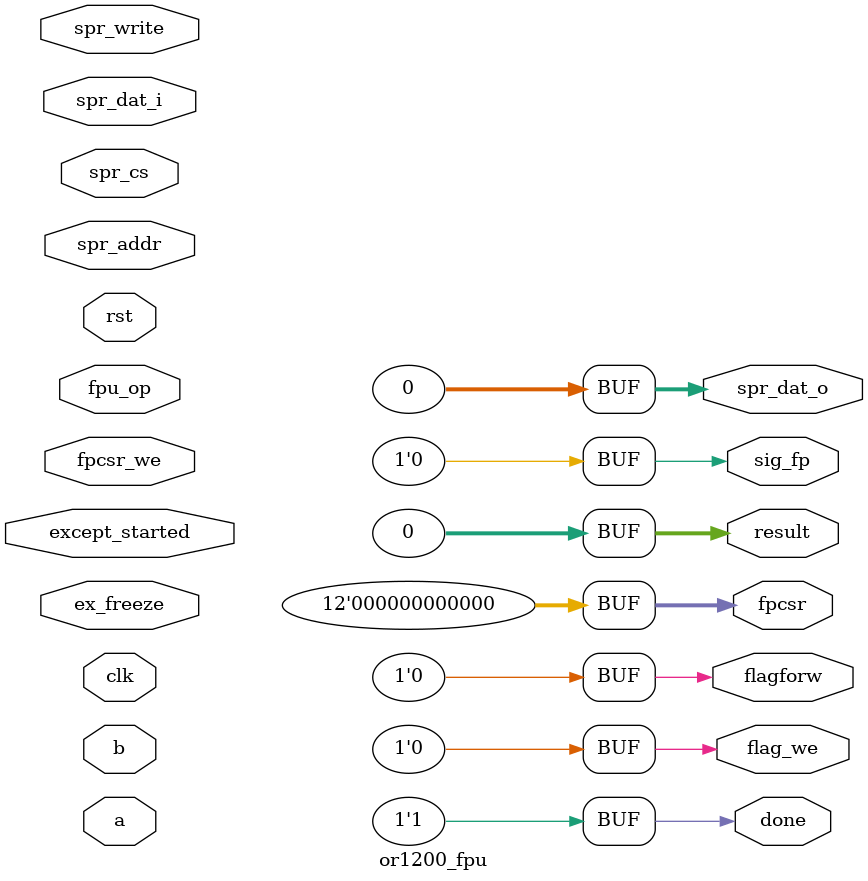
<source format=v>

`timescale 1ps/1ps
// synopsys translate_on
//////////////////////////////////////////////////////////////////////
////                                                              ////
////  OR1200's definitions                                        ////
////                                                              ////
////  This file is part of the OpenRISC 1200 project              ////
////  http://opencores.org/project,or1k                           ////
////                                                              ////
////  Description                                                 ////
////  Defines for the OR1200 core                                 ////
////                                                              ////
////  To Do:                                                      ////
////   - add parameters that are missing                          ////
////                                                              ////
////  Author(s):                                                  ////
////      - Damjan Lampret, lampret@opencores.org                 ////
////                                                              ////
//////////////////////////////////////////////////////////////////////
////                                                              ////
//// Copyright (C) 2000 Authors and OPENCORES.ORG                 ////
////                                                              ////
//// This source file may be used and distributed without         ////
//// restriction provided that this copyright statement is not    ////
//// removed from the file and that any derivative work contains  ////
//// the original copyright notice and the associated disclaimer. ////
////                                                              ////
//// This source file is free software; you can redistribute it   ////
//// and/or modify it under the terms of the GNU Lesser General   ////
//// Public License as published by the Free Software Foundation; ////
//// either version 2.1 of the License, or (at your option) any   ////
//// later version.                                               ////
////                                                              ////
//// This source is distributed in the hope that it will be       ////
//// useful, but WITHOUT ANY WARRANTY; without even the implied   ////
//// warranty of MERCHANTABILITY or FITNESS FOR A PARTICULAR      ////
//// PURPOSE.  See the GNU Lesser General Public License for more ////
//// details.                                                     ////
////                                                              ////
//// You should have received a copy of the GNU Lesser General    ////
//// Public License along with this source; if not, download it   ////
//// from http://www.opencores.org/lgpl.shtml                     ////
////                                                              ////
//////////////////////////////////////////////////////////////////////
//
// $Log: or1200_defines.v,v $
// Revision 2.0  2010/06/30 11:00:00  ORSoC
// Minor update: 
// Defines added, bugs fixed. 

//
// Dump VCD
//
//`define OR1200_VCD_DUMP

//
// Generate debug messages during simulation
//
//`define OR1200_VERBOSE

////////////////////////////////////////////////////////
//
// Typical configuration for an ASIC
//

//
// Target ASIC memories
//
//`define OR1200_ARTISAN_SSP
//`define OR1200_ARTISAN_SDP
//`define OR1200_ARTISAN_STP
//`define OR1200_VIRTUALSILICON_SSP
//`define OR1200_VIRTUALSILICON_STP_T1
//`define OR1200_VIRTUALSILICON_STP_T2

//
// Do not implement Data cache
//

//
// Do not implement Insn cache
//

//
// Do not implement Data MMU
//
//`define OR1200_NO_DMMU

//
// Do not implement Insn MMU
//
//`define OR1200_NO_IMMU

//
// Select between ASIC optimized and generic multiplier
//
//`define OR1200_GENERIC_MULTP2_32X32

//
// Size/type of insn/data cache if implemented
//
// `define OR1200_IC_1W_4KB
// `define OR1200_IC_1W_8KB
// `define OR1200_DC_1W_8KB



//////////////////////////////////////////////////////////
//
// Do not change below unless you know what you are doing
//

//
// Reset active low
//
//`define OR1200_RST_ACT_LOW

//
// Enable RAM BIST
//
// At the moment this only works for Virtual Silicon
// single port RAMs. For other RAMs it has not effect.
// Special wrapper for VS RAMs needs to be provided
// with scan flops to facilitate bist scan.
//
//`define OR1200_BIST

//
// Register OR1200 WISHBONE outputs
// (must be defined/enabled)
//

//
// Register OR1200 WISHBONE inputs
//
// (must be undefined/disabled)
//
//`define OR1200_REGISTERED_INPUTS

//
// Disable bursts if they are not supported by the
// memory subsystem (only affect cache line fill)
//
//`define OR1200_NO_BURSTS
//

//
// WISHBONE retry counter range
//
// 2^value range for retry counter. Retry counter
// is activated whenever *wb_rty_i is asserted and
// until retry counter expires, corresponding
// WISHBONE interface is deactivated.
//
// To disable retry counters and *wb_rty_i all together,
// undefine this macro.
//
//`define OR1200_WB_RETRY 7

//
// WISHBONE Consecutive Address Burst
//
// This was used prior to WISHBONE B3 specification
// to identify bursts. It is no longer needed but
// remains enabled for compatibility with old designs.
//
// To remove *wb_cab_o ports undefine this macro.
//
//`define OR1200_WB_CAB

//
// WISHBONE B3 compatible interface
//
// This follows the WISHBONE B3 specification.
// It is not enabled by default because most
// designs still don't use WB b3.
//
// To enable *wb_cti_o/*wb_bte_o ports,
// define this macro.
//

//
// LOG all WISHBONE accesses
//

//
// Enable additional synthesis directives if using
// _Synopsys_ synthesis tool
//
//`define OR1200_ADDITIONAL_SYNOPSYS_DIRECTIVES

//
// Enables default statement in some case blocks
// and disables Synopsys synthesis directive full_case
//
// By default it is enabled. When disabled it
// can increase clock frequency.
//

//
// Operand width / register file address width
//
// (DO NOT CHANGE)
//

//
// l.add/l.addi/l.and and optional l.addc/l.addic
// also set (compare) flag when result of their
// operation equals zero
//
// At the time of writing this, default or32
// C/C++ compiler doesn't generate code that
// would benefit from this optimization.
//
// By default this optimization is disabled to
// save area.
//
//`define OR1200_ADDITIONAL_FLAG_MODIFIERS

//
// Implement l.addc/l.addic instructions
//
// By default implementation of l.addc/l.addic
// instructions is enabled in case you need them.
// If you don't use them, then disable implementation
// to save area.
//

//
// Implement l.sub instruction
//
// By default implementation of l.sub instructions
// is enabled to be compliant with the simulator.
// If you don't use carry bit, then disable
// implementation to save area.
//

//
// Implement carry bit SR[CY]
//
//
// By default implementation of SR[CY] is enabled
// to be compliant with the simulator. However SR[CY]
// is explicitly only used by l.addc/l.addic/l.sub
// instructions and if these three insns are not
// implemented there is not much point having SR[CY].
//

//
// Implement carry bit SR[OV]
//
// Compiler doesn't use this, but other code may like
// to.
//

//
// Implement carry bit SR[OVE]
//
// Overflow interrupt indicator. When enabled, SR[OV] flag
// does not remain asserted after exception.
//


//
// Implement rotate in the ALU
//
// At the time of writing this, or32
// C/C++ compiler doesn't generate rotate
// instructions. However or32 assembler
// can assemble code that uses rotate insn.
// This means that rotate instructions
// must be used manually inserted.
//
// By default implementation of rotate
// is disabled to save area and increase
// clock frequency.
//
//`define OR1200_IMPL_ALU_ROTATE

//
// Type of ALU compare to implement
//
// Try to find which synthesizes with
// most efficient logic use or highest speed.
//
//`define OR1200_IMPL_ALU_COMP1
//`define OR1200_IMPL_ALU_COMP2

//
// Implement Find First/Last '1'
//

//
// Implement l.cust5 ALU instruction
//
//`define OR1200_IMPL_ALU_CUST5

//
// Implement l.extXs and l.extXz instructions
//

//
// Implement multiplier
//
// By default multiplier is implemented
//

//
// Implement multiply-and-accumulate
//
// By default MAC is implemented. To
// implement MAC, multiplier (non-serial) needs to be
// implemented.
//
//`define OR1200_MAC_IMPLEMENTED

//
// Implement optional l.div/l.divu instructions
//
// By default divide instructions are not implemented
// to save area.
//
//

//
// Serial multiplier.
//
//`define OR1200_MULT_SERIAL

//
// Serial divider.
// Uncomment to use a serial divider, otherwise will
// be a generic parallel implementation.
//

//
// Implement HW Single Precision FPU
//
//`define OR1200_FPU_IMPLEMENTED

//
// Clock ratio RISC clock versus WB clock
//
// If you plan to run WB:RISC clock fixed to 1:1, disable
// both defines
//
// For WB:RISC 1:2 or 1:1, enable OR1200_CLKDIV_2_SUPPORTED
// and use clmode to set ratio
//
// For WB:RISC 1:4, 1:2 or 1:1, enable both defines and use
// clmode to set ratio
//
//`define OR1200_CLKDIV_2_SUPPORTED
//`define OR1200_CLKDIV_4_SUPPORTED

//
// Type of register file RAM
//
// Memory macro w/ two ports (see or1200_tpram_32x32.v)
//`define OR1200_RFRAM_TWOPORT
//
// Memory macro dual port (see or1200_dpram.v)

//
// Generic (flip-flop based) register file (see or1200_rfram_generic.v)
//`define OR1200_RFRAM_GENERIC
//  Generic register file supports - 16 registers 

//
// Type of mem2reg aligner to implement.
//
// Once OR1200_IMPL_MEM2REG2 yielded faster
// circuit, however with today tools it will
// most probably give you slower circuit.
//
//`define OR1200_IMPL_MEM2REG2

//
// Reset value and event
//
    
//
// ALUOPs
//
/* LS-nibble encodings correspond to bits [3:0] of instruction */

/* Values sent to ALU from decode unit - not defined by ISA */

// ALU instructions second opcode field

//
// MACOPs
//

//
// Shift/rotate ops
//

//
// Zero/Sign Extend ops
//

// Execution cycles per instruction

// Execution control which will "wait on" a module to finish


// Operand MUX selects

//
// BRANCHOPs
//

//
// LSUOPs
//
// Bit 0: sign extend
// Bits 1-2: 00 doubleword, 01 byte, 10 halfword, 11 singleword
// Bit 3: 0 load, 1 store

// Number of bits of load/store EA precalculated in ID stage
// for balancing ID and EX stages.
//
// Valid range: 2,3,...,30,31

// FETCHOPs

//
// Register File Write-Back OPs
//
// Bit 0: register file write enable
// Bits 3-1: write-back mux selects
//

// Compare instructions

//
// FP OPs
//
// MSbit indicates FPU operation valid
//
// FPU unit from Usselman takes 5 cycles from decode, so 4 ex. cycles
// FP instruction is double precision if bit 4 is set. We're a 32-bit 
// implementation thus do not support double precision FP 
// FP Compare instructions

//
// TAGs for instruction bus
//

//
// TAGs for data bus
//


//////////////////////////////////////////////
//
// ORBIS32 ISA specifics
//

// SHROT_OP position in machine word

//
// Instruction opcode groups (basic)
//
/* */
/* */
/* */
/* */

/////////////////////////////////////////////////////
//
// Exceptions
//

//
// Exception vectors per OR1K architecture:
// 0xPPPPP100 - reset
// 0xPPPPP200 - bus error
// ... etc
// where P represents exception prefix.
//
// Exception vectors can be customized as per
// the following formula:
// 0xPPPPPNVV - exception N
//
// P represents exception prefix
// N represents exception N
// VV represents length of the individual vector space,
//   usually it is 8 bits wide and starts with all bits zero
//

//
// PPPPP and VV parts
//
// Sum of these two defines needs to be 28
//

//
// N part width
//

//
// Definition of exception vectors
//
// To avoid implementation of a certain exception,
// simply comment out corresponding line
//


/////////////////////////////////////////////////////
//
// SPR groups
//

// Bits that define the group

// Width of the group bits

// Bits that define offset inside the group

// List of groups

/////////////////////////////////////////////////////
//
// System group
//

//
// System registers
//

//
// SR bits
//

//
// Bits that define offset inside the group
//

//
// Default Exception Prefix
//
// 1'b0 - OR1200_EXCEPT_EPH0_P (0x0000_0000)
// 1'b1 - OR1200_EXCEPT_EPH1_P (0xF000_0000)
//


//
// FPCSR bits
//

/////////////////////////////////////////////////////
//
// Power Management (PM)
//

// Define it if you want PM implemented
//`define OR1200_PM_IMPLEMENTED

// Bit positions inside PMR (don't change)

// PMR offset inside PM group of registers

// PM group

// Define if PMR can be read/written at any address inside PM group

// Define if reading PMR is allowed

// Define if unused PMR bits should be zero


/////////////////////////////////////////////////////
//
// Debug Unit (DU)
//

// Define it if you want DU implemented

//
// Define if you want HW Breakpoints
// (if HW breakpoints are not implemented
// only default software trapping is
// possible with l.trap insn - this is
// however already enough for use
// with or32 gdb)
//
//`define OR1200_DU_HWBKPTS

// Number of DVR/DCR pairs if HW breakpoints enabled
//	Comment / uncomment DU_DVRn / DU_DCRn pairs bellow according to this number ! 
//	DU_DVR0..DU_DVR7 should be uncommented for 8 DU_DVRDCR_PAIRS 

// Define if you want trace buffer
//	(for now only available for Xilinx Virtex FPGAs)
//`define OR1200_DU_TB_IMPLEMENTED


//
// Address offsets of DU registers inside DU group
//
// To not implement a register, doq not define its address
//

// Position of offset bits inside SPR address

// DCR bits

// DMR1 bits

// DMR2 bits

// DWCR bits

// DSR bits

// DRR bits

// Define if reading DU regs is allowed

// Define if unused DU registers bits should be zero

// Define if IF/LSU status is not needed by devel i/f

/////////////////////////////////////////////////////
//
// Programmable Interrupt Controller (PIC)
//

// Define it if you want PIC implemented

// Define number of interrupt inputs (2-31)

// Address offsets of PIC registers inside PIC group

// Position of offset bits inside SPR address

// Define if you want these PIC registers to be implemented

// Define if reading PIC registers is allowed

// Define if unused PIC register bits should be zero


/////////////////////////////////////////////////////
//
// Tick Timer (TT)
//

// Define it if you want TT implemented

// Address offsets of TT registers inside TT group

// Position of offset bits inside SPR group

// Define if you want these TT registers to be implemented

// TTMR bits

// Define if reading TT registers is allowed


//////////////////////////////////////////////
//
// MAC
//

//
// Shift {MACHI,MACLO} into destination register when executing l.macrc
//
// According to architecture manual there is no shift, so default value is 0.
// However the implementation has deviated in this from the arch manual and had
// hard coded shift by 28 bits which is a useful optimization for MP3 decoding 
// (if using libmad fixed point library). Shifts are no longer default setup, 
// but if you need to remain backward compatible, define your shift bits, which
// were normally
// dest_GPR = {MACHI,MACLO}[59:28]


//////////////////////////////////////////////
//
// Data MMU (DMMU)
//

//
// Address that selects between TLB TR and MR
//

//
// DTLBMR fields
//

//
// DTLBTR fields
//

//
// DTLB configuration
//

//
// Cache inhibit while DMMU is not enabled/implemented
//
// cache inhibited 0GB-4GB		1'b1
// cache inhibited 0GB-2GB		!dcpu_adr_i[31]
// cache inhibited 0GB-1GB 2GB-3GB	!dcpu_adr_i[30]
// cache inhibited 1GB-2GB 3GB-4GB	dcpu_adr_i[30]
// cache inhibited 2GB-4GB (default)	dcpu_adr_i[31]
// cached 0GB-4GB			1'b0
//


//////////////////////////////////////////////
//
// Insn MMU (IMMU)
//

//
// Address that selects between TLB TR and MR
//

//
// ITLBMR fields
//

//
// ITLBTR fields
//

//
// ITLB configuration
//

//
// Cache inhibit while IMMU is not enabled/implemented
// Note: all combinations that use icpu_adr_i cause async loop
//
// cache inhibited 0GB-4GB		1'b1
// cache inhibited 0GB-2GB		!icpu_adr_i[31]
// cache inhibited 0GB-1GB 2GB-3GB	!icpu_adr_i[30]
// cache inhibited 1GB-2GB 3GB-4GB	icpu_adr_i[30]
// cache inhibited 2GB-4GB (default)	icpu_adr_i[31]
// cached 0GB-4GB			1'b0
//


/////////////////////////////////////////////////
//
// Insn cache (IC)
//

// 4 for 16 byte line, 5 for 32 byte lines.
 
//
// IC configurations
//


/////////////////////////////////////////////////
//
// Data cache (DC)
//

// 4 for 16 bytes, 5 for 32 bytes
 
// Define to enable default behavior of cache as write through
// Turning this off enabled write back statergy
//

// Define to enable stores from the stack not doing writethrough.
// EXPERIMENTAL
//`define OR1200_DC_NOSTACKWRITETHROUGH

// Data cache SPR definitions
// Data cache group SPR addresses

//
// DC configurations
//


/////////////////////////////////////////////////
//
// Store buffer (SB)
//

//
// Store buffer
//
// It will improve performance by "caching" CPU stores
// using store buffer. This is most important for function
// prologues because DC can only work in write though mode
// and all stores would have to complete external WB writes
// to memory.
// Store buffer is between DC and data BIU.
// All stores will be stored into store buffer and immediately
// completed by the CPU, even though actual external writes
// will be performed later. As a consequence store buffer masks
// all data bus errors related to stores (data bus errors
// related to loads are delivered normally).
// All pending CPU loads will wait until store buffer is empty to
// ensure strict memory model. Right now this is necessary because
// we don't make destinction between cached and cache inhibited
// address space, so we simply empty store buffer until loads
// can begin.
//
// It makes design a bit bigger, depending what is the number of
// entries in SB FIFO. Number of entries can be changed further
// down.
//
//`define OR1200_SB_IMPLEMENTED

//
// Number of store buffer entries
//
// Verified number of entries are 4 and 8 entries
// (2 and 3 for OR1200_SB_LOG). OR1200_SB_ENTRIES must
// always match 2**OR1200_SB_LOG.
// To disable store buffer, undefine
// OR1200_SB_IMPLEMENTED.
//


/////////////////////////////////////////////////
//
// Quick Embedded Memory (QMEM)
//

//
// Quick Embedded Memory
//
// Instantiation of dedicated insn/data memory (RAM or ROM).
// Insn fetch has effective throughput 1insn / clock cycle.
// Data load takes two clock cycles / access, data store
// takes 1 clock cycle / access (if there is no insn fetch)).
// Memory instantiation is shared between insn and data,
// meaning if insn fetch are performed, data load/store
// performance will be lower.
//
// Main reason for QMEM is to put some time critical functions
// into this memory and to have predictable and fast access
// to these functions. (soft fpu, context switch, exception
// handlers, stack, etc)
//
// It makes design a bit bigger and slower. QMEM sits behind
// IMMU/DMMU so all addresses are physical (so the MMUs can be
// used with QMEM and QMEM is seen by the CPU just like any other
// memory in the system). IC/DC are sitting behind QMEM so the
// whole design timing might be worse with QMEM implemented.
//
//`define OR1200_QMEM_IMPLEMENTED

//
// Base address and mask of QMEM
//
// Base address defines first address of QMEM. Mask defines
// QMEM range in address space. Actual size of QMEM is however
// determined with instantiated RAM/ROM. However bigger
// mask will reserve more address space for QMEM, but also
// make design faster, while more tight mask will take
// less address space but also make design slower. If
// instantiated RAM/ROM is smaller than space reserved with
// the mask, instatiated RAM/ROM will also be shadowed
// at higher addresses in reserved space.
//

//
// QMEM interface byte-select capability
//
// To enable qmem_sel* ports, define this macro.
//
//`define OR1200_QMEM_BSEL

//
// QMEM interface acknowledge
//
// To enable qmem_ack port, define this macro.
//
//`define OR1200_QMEM_ACK

/////////////////////////////////////////////////////
//
// VR, UPR and Configuration Registers
//
//
// VR, UPR and configuration registers are optional. If 
// implemented, operating system can automatically figure
// out how to use the processor because it knows 
// what units are available in the processor and how they
// are configured.
//
// This section must be last in or1200_defines.v file so
// that all units are already configured and thus
// configuration registers are properly set.
// 

// Define if you want configuration registers implemented

// Define if you want full address decode inside SYS group

// Offsets of VR, UPR and CFGR registers

// VR fields

// VR values

// UPR fields

// UPR values

// CPUCFGR fields

// CPUCFGR values
     

// DMMUCFGR fields

// DMMUCFGR values

// IMMUCFGR fields

// IMMUCFGR values

// DCCFGR fields

// DCCFGR values

// ICCFGR fields

// ICCFGR values

// DCFGR fields

// DCFGR values

///////////////////////////////////////////////////////////////////////////////
// Boot Address Selection                                                    //
//                                                                           //
// Allows a definable boot address, potentially different to the usual reset //
// vector to allow for power-on code to be run, if desired.                  //
//                                                                           //
// OR1200_BOOT_ADR should be the 32-bit address of the boot location         //
//                                                                           //
// For default reset behavior uncomment the settings under the "Boot 0x100"  //
// comment below.                                                            //
//                                                                           //
///////////////////////////////////////////////////////////////////////////////
// Boot from 0xf0000100
//`define OR1200_BOOT_ADR 32'hf0000100
// Boot from 0x100
 
module or1200_fpu(
		  // Clock and reset
		  clk, rst,

		  // FPU interface
		  ex_freeze, a, b, fpu_op, result, done,

		  // Flag controls
		  flagforw, flag_we,

		  // Exception signal
		  sig_fp, except_started,

		  // FPCSR system register
		  fpcsr_we, fpcsr,
		  
		  // SPR interface -- currently unused
		  spr_cs, spr_write, spr_addr, spr_dat_i, spr_dat_o
		  );

   parameter width = 32;

   //
   // I/O
   //

   //
   // Clock and reset
   //
   input				clk;
   input				rst;

   //
   // FPU interface
   //
   input				ex_freeze;
   input [width-1:0] 			a;
   input [width-1:0] 			b;
   input [8-1:0] 	fpu_op;
   output [width-1:0] 			result;
   output 				done;
   
   //
   // Flag signals
   //
   output 				flagforw;
   output 				flag_we;

   //
   // FPCSR interface
   //  
   input 				fpcsr_we;   
   output [12-1:0] 	fpcsr;   

   //
   // Exception signal
   //   
   output 				sig_fp;
   input 				except_started;
   
   
   //
   // SPR interface
   //
   input				spr_cs;
   input				spr_write;
   input [31:0] 			spr_addr;
   input [31:0] 			spr_dat_i;
   output [31:0] 			spr_dat_o;


   
   // No FPU needed
   assign result = 0;
   assign flagforw  = 0;
   assign flag_we = 0;
   assign sig_fp = 0;
   assign spr_dat_o = 0;
   assign fpcsr = 0;
   assign done = 1;   
   
endmodule // or1200_fpu

</source>
